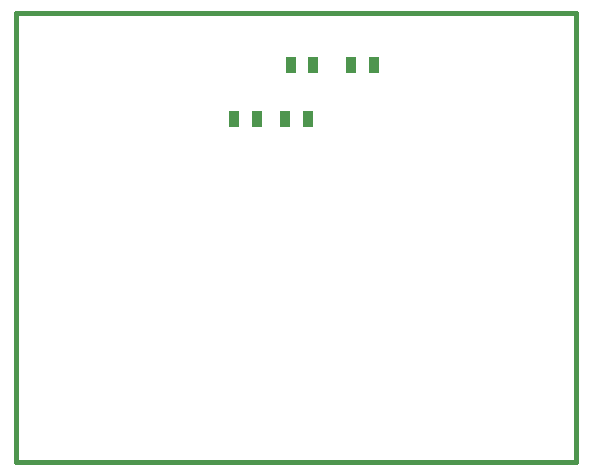
<source format=gtp>
G04 (created by PCBNEW-RS274X (2010-00-09 BZR 23xx)-stable) date Sun 16 Oct 2011 03:02:59 PM EDT*
G01*
G70*
G90*
%MOIN*%
G04 Gerber Fmt 3.4, Leading zero omitted, Abs format*
%FSLAX34Y34*%
G04 APERTURE LIST*
%ADD10C,0.006000*%
%ADD11C,0.015000*%
%ADD12R,0.035000X0.055000*%
G04 APERTURE END LIST*
G54D10*
G54D11*
X25260Y-21640D02*
X25270Y-21640D01*
X25260Y-36610D02*
X25260Y-21640D01*
X43910Y-36610D02*
X25260Y-36610D01*
X43910Y-21630D02*
X43910Y-36610D01*
X25280Y-21630D02*
X43910Y-21630D01*
G54D12*
X34975Y-25180D03*
X34225Y-25180D03*
X37175Y-23370D03*
X36425Y-23370D03*
X33265Y-25170D03*
X32515Y-25170D03*
X35155Y-23380D03*
X34405Y-23380D03*
M02*

</source>
